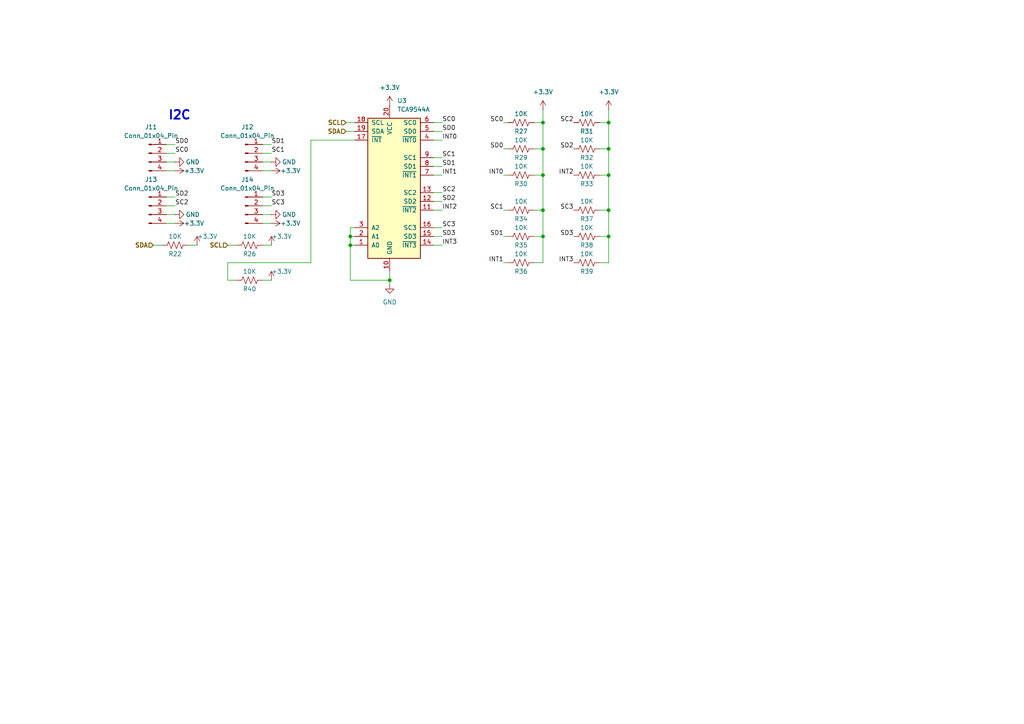
<source format=kicad_sch>
(kicad_sch (version 20231120) (generator "eeschema") (generator_version "8.0")
  (paper "A4")
  (title_block (title "BioReactify Master") (rev "400") (comment 1 "Controller & Measurement Board") (comment 2 "Alexis Saldivar"))
  (lib_symbols
    (symbol "Connector:Conn_01x04_Pin" (pin_names (offset 1.016) hide)
      (property "Reference" "J" (at 0 5.08 0))
      (property "Value" "Conn_01x04_Pin" (at 0 -7.62 0))
      (symbol "Conn_01x04_Pin_1_1"
        (polyline (pts (xy 1.27 -5.08) (xy 0.8636 -5.08)) (stroke (width 0.1524)))
        (polyline (pts (xy 1.27 -2.54) (xy 0.8636 -2.54)) (stroke (width 0.1524)))
        (polyline (pts (xy 1.27 0) (xy 0.8636 0)) (stroke (width 0.1524)))
        (polyline (pts (xy 1.27 2.54) (xy 0.8636 2.54)) (stroke (width 0.1524)))
        (rectangle (start 0.8636 -4.953) (end 0 -5.207) (stroke (width 0.1524)) (fill (type outline)))
        (rectangle (start 0.8636 -2.413) (end 0 -2.667) (stroke (width 0.1524)) (fill (type outline)))
        (rectangle (start 0.8636 0.127) (end 0 -0.127) (stroke (width 0.1524)) (fill (type outline)))
        (rectangle (start 0.8636 2.667) (end 0 2.413) (stroke (width 0.1524)) (fill (type outline)))
        (pin passive line (at 5.08 2.54 180) (length 3.81) (name "Pin_1") (number "1"))
        (pin passive line (at 5.08 0 180) (length 3.81) (name "Pin_2") (number "2"))
        (pin passive line (at 5.08 -2.54 180) (length 3.81) (name "Pin_3") (number "3"))
        (pin passive line (at 5.08 -5.08 180) (length 3.81) (name "Pin_4") (number "4"))
      )
    )
    (symbol "Device:R_US" (pin_numbers hide) (pin_names (offset 0))
      (property "Reference" "R" (at 2.54 0 90))
      (property "Value" "R_US" (at -2.54 0 90))
      (symbol "R_US_0_1"
        (polyline (pts (xy 0 -2.286) (xy 0 -2.54)))
        (polyline (pts (xy 0 2.286) (xy 0 2.54)))
        (polyline (pts (xy 0 -0.762) (xy 1.016 -1.143) (xy 0 -1.524) (xy -1.016 -1.905) (xy 0 -2.286)))
        (polyline (pts (xy 0 0.762) (xy 1.016 0.381) (xy 0 0) (xy -1.016 -0.381) (xy 0 -0.762)))
        (polyline (pts (xy 0 2.286) (xy 1.016 1.905) (xy 0 1.524) (xy -1.016 1.143) (xy 0 0.762)))
      )
      (symbol "R_US_1_1"
        (pin passive line (at 0 3.81 270) (length 1.27) (name "~") (number "1"))
        (pin passive line (at 0 -3.81 90) (length 1.27) (name "~") (number "2"))
      )
    )
    (symbol "Interface_Expansion:TCA9544A" (pin_names (offset 1.016))
      (property "Reference" "U" (at -5.08 20.32 0))
      (property "Value" "TCA9544A" (at 2.54 20.32 0))
      (symbol "TCA9544A_0_1"
        (rectangle (start -6.35 19.05) (end 8.89 -21.59) (stroke (width 0.254)) (fill (type background)))
      )
      (symbol "TCA9544A_1_1"
        (pin input line (at -10.16 -17.78 0) (length 3.81) (name "A0") (number "1"))
        (pin power_in line (at 0 -25.4 90) (length 3.81) (name "GND") (number "10"))
        (pin input line (at 12.7 -7.62 180) (length 3.81) (name "~{INT2}") (number "11"))
        (pin bidirectional line (at 12.7 -5.08 180) (length 3.81) (name "SD2") (number "12"))
        (pin bidirectional line (at 12.7 -2.54 180) (length 3.81) (name "SC2") (number "13"))
        (pin input line (at 12.7 -17.78 180) (length 3.81) (name "~{INT3}") (number "14"))
        (pin bidirectional line (at 12.7 -15.24 180) (length 3.81) (name "SD3") (number "15"))
        (pin bidirectional line (at 12.7 -12.7 180) (length 3.81) (name "SC3") (number "16"))
        (pin open_collector line (at -10.16 12.7 0) (length 3.81) (name "~{INT}") (number "17"))
        (pin bidirectional line (at -10.16 17.78 0) (length 3.81) (name "SCL") (number "18"))
        (pin bidirectional line (at -10.16 15.24 0) (length 3.81) (name "SDA") (number "19"))
        (pin input line (at -10.16 -15.24 0) (length 3.81) (name "A1") (number "2"))
        (pin power_in line (at 0 22.86 270) (length 3.81) (name "VCC") (number "20"))
        (pin input line (at -10.16 -12.7 0) (length 3.81) (name "A2") (number "3"))
        (pin input line (at 12.7 12.7 180) (length 3.81) (name "~{INT0}") (number "4"))
        (pin bidirectional line (at 12.7 15.24 180) (length 3.81) (name "SD0") (number "5"))
        (pin bidirectional line (at 12.7 17.78 180) (length 3.81) (name "SC0") (number "6"))
        (pin input line (at 12.7 2.54 180) (length 3.81) (name "~{INT1}") (number "7"))
        (pin bidirectional line (at 12.7 5.08 180) (length 3.81) (name "SD1") (number "8"))
        (pin bidirectional line (at 12.7 7.62 180) (length 3.81) (name "SC1") (number "9"))
      )
    )
    (symbol "power:+3.3V" (power) (pin_numbers hide) (pin_names (offset 0) hide)
      (property "Value" "+3.3V" (at 0 3.556 0))
      (symbol "+3.3V_0_1"
        (polyline (pts (xy -0.762 1.27) (xy 0 2.54)))
        (polyline (pts (xy 0 0) (xy 0 2.54)))
        (polyline (pts (xy 0 2.54) (xy 0.762 1.27)))
      )
      (symbol "+3.3V_1_1"
        (pin power_in line (at 0 0 90) (length 0) (name "~") (number "1"))
      )
    )
    (symbol "power:GND" (power) (pin_numbers hide) (pin_names (offset 0) hide)
      (property "Value" "GND" (at 0 -3.81 0))
      (symbol "GND_0_1"
        (polyline (pts (xy 0 0) (xy 0 -1.27) (xy 1.27 -1.27) (xy 0 -2.54) (xy -1.27 -1.27) (xy 0 -1.27)))
      )
      (symbol "GND_1_1"
        (pin power_in line (at 0 0 270) (length 0) (name "~") (number "1"))
      )
    )
  )
  (junction (at 176.53 35.56))
  (junction (at 176.53 50.8))
  (junction (at 157.48 35.56))
  (junction (at 176.53 60.96))
  (junction (at 157.48 60.96))
  (junction (at 157.48 68.58))
  (junction (at 157.48 43.18))
  (junction (at 101.6 71.12))
  (junction (at 101.6 68.58))
  (junction (at 113.03 81.28))
  (junction (at 176.53 43.18))
  (junction (at 176.53 68.58))
  (junction (at 157.48 50.8))
  (wire (pts (xy 146.05 35.56) (xy 147.32 35.56)))
  (wire (pts (xy 173.99 43.18) (xy 176.53 43.18)))
  (wire (pts (xy 125.73 35.56) (xy 128.27 35.56)))
  (wire (pts (xy 125.73 66.04) (xy 128.27 66.04)))
  (wire (pts (xy 48.26 46.99) (xy 50.8 46.99)))
  (wire (pts (xy 113.03 82.55) (xy 113.03 81.28)))
  (wire (pts (xy 101.6 68.58) (xy 101.6 71.12)))
  (wire (pts (xy 146.05 68.58) (xy 147.32 68.58)))
  (wire (pts (xy 176.53 35.56) (xy 176.53 43.18)))
  (wire (pts (xy 157.48 31.75) (xy 157.48 35.56)))
  (wire (pts (xy 125.73 38.1) (xy 128.27 38.1)))
  (wire (pts (xy 125.73 45.72) (xy 128.27 45.72)))
  (wire (pts (xy 54.61 71.12) (xy 57.15 71.12)))
  (wire (pts (xy 125.73 68.58) (xy 128.27 68.58)))
  (wire (pts (xy 48.26 62.23) (xy 50.8 62.23)))
  (wire (pts (xy 76.2 46.99) (xy 78.74 46.99)))
  (wire (pts (xy 76.2 71.12) (xy 78.74 71.12)))
  (wire (pts (xy 176.53 68.58) (xy 176.53 76.2)))
  (wire (pts (xy 176.53 43.18) (xy 176.53 50.8)))
  (wire (pts (xy 101.6 81.28) (xy 113.03 81.28)))
  (wire (pts (xy 76.2 44.45) (xy 78.74 44.45)))
  (wire (pts (xy 76.2 62.23) (xy 78.74 62.23)))
  (wire (pts (xy 100.33 35.56) (xy 102.87 35.56)))
  (wire (pts (xy 100.33 38.1) (xy 102.87 38.1)))
  (wire (pts (xy 44.45 71.12) (xy 46.99 71.12)))
  (wire (pts (xy 76.2 59.69) (xy 78.74 59.69)))
  (wire (pts (xy 125.73 71.12) (xy 128.27 71.12)))
  (wire (pts (xy 146.05 76.2) (xy 147.32 76.2)))
  (wire (pts (xy 176.53 50.8) (xy 176.53 60.96)))
  (wire (pts (xy 102.87 66.04) (xy 101.6 66.04)))
  (wire (pts (xy 173.99 60.96) (xy 176.53 60.96)))
  (wire (pts (xy 101.6 68.58) (xy 102.87 68.58)))
  (wire (pts (xy 173.99 35.56) (xy 176.53 35.56)))
  (wire (pts (xy 125.73 55.88) (xy 128.27 55.88)))
  (wire (pts (xy 154.94 60.96) (xy 157.48 60.96)))
  (wire (pts (xy 48.26 49.53) (xy 50.8 49.53)))
  (wire (pts (xy 66.04 76.2) (xy 66.04 81.28)))
  (wire (pts (xy 48.26 57.15) (xy 50.8 57.15)))
  (wire (pts (xy 76.2 57.15) (xy 78.74 57.15)))
  (wire (pts (xy 154.94 68.58) (xy 157.48 68.58)))
  (wire (pts (xy 76.2 49.53) (xy 78.74 49.53)))
  (wire (pts (xy 66.04 71.12) (xy 68.58 71.12)))
  (wire (pts (xy 101.6 71.12) (xy 101.6 81.28)))
  (wire (pts (xy 66.04 81.28) (xy 68.58 81.28)))
  (wire (pts (xy 157.48 68.58) (xy 157.48 76.2)))
  (wire (pts (xy 173.99 50.8) (xy 176.53 50.8)))
  (wire (pts (xy 48.26 64.77) (xy 50.8 64.77)))
  (wire (pts (xy 154.94 43.18) (xy 157.48 43.18)))
  (wire (pts (xy 154.94 50.8) (xy 157.48 50.8)))
  (wire (pts (xy 48.26 44.45) (xy 50.8 44.45)))
  (wire (pts (xy 125.73 40.64) (xy 128.27 40.64)))
  (wire (pts (xy 157.48 43.18) (xy 157.48 50.8)))
  (wire (pts (xy 76.2 41.91) (xy 78.74 41.91)))
  (wire (pts (xy 154.94 76.2) (xy 157.48 76.2)))
  (wire (pts (xy 101.6 66.04) (xy 101.6 68.58)))
  (wire (pts (xy 154.94 35.56) (xy 157.48 35.56)))
  (wire (pts (xy 157.48 50.8) (xy 157.48 60.96)))
  (wire (pts (xy 125.73 50.8) (xy 128.27 50.8)))
  (wire (pts (xy 76.2 64.77) (xy 78.74 64.77)))
  (wire (pts (xy 113.03 81.28) (xy 113.03 78.74)))
  (wire (pts (xy 90.17 40.64) (xy 90.17 76.2)))
  (wire (pts (xy 102.87 40.64) (xy 90.17 40.64)))
  (wire (pts (xy 173.99 68.58) (xy 176.53 68.58)))
  (wire (pts (xy 90.17 76.2) (xy 66.04 76.2)))
  (wire (pts (xy 125.73 60.96) (xy 128.27 60.96)))
  (wire (pts (xy 125.73 48.26) (xy 128.27 48.26)))
  (wire (pts (xy 76.2 81.28) (xy 78.74 81.28)))
  (wire (pts (xy 146.05 43.18) (xy 147.32 43.18)))
  (wire (pts (xy 157.48 35.56) (xy 157.48 43.18)))
  (wire (pts (xy 125.73 58.42) (xy 128.27 58.42)))
  (wire (pts (xy 48.26 59.69) (xy 50.8 59.69)))
  (wire (pts (xy 146.05 60.96) (xy 147.32 60.96)))
  (wire (pts (xy 176.53 31.75) (xy 176.53 35.56)))
  (wire (pts (xy 101.6 71.12) (xy 102.87 71.12)))
  (wire (pts (xy 176.53 60.96) (xy 176.53 68.58)))
  (wire (pts (xy 157.48 60.96) (xy 157.48 68.58)))
  (wire (pts (xy 48.26 41.91) (xy 50.8 41.91)))
  (wire (pts (xy 173.99 76.2) (xy 176.53 76.2)))
  (wire (pts (xy 146.05 50.8) (xy 147.32 50.8)))
  (text "I2C" (at 52.07 33.528 0) (effects (font (size 2.54 2.54) (bold yes))))
  (label "SC3" (at 128.27 66.04 0))
  (label "SC1" (at 146.05 60.96 180))
  (label "SD3" (at 166.37 68.58 180))
  (label "SC2" (at 128.27 55.88 0))
  (label "SC2" (at 50.8 59.69 0))
  (label "SD1" (at 146.05 68.58 180))
  (label "SC0" (at 128.27 35.56 0))
  (label "INT1" (at 146.05 76.2 180))
  (label "SD3" (at 128.27 68.58 0))
  (label "SD2" (at 166.37 43.18 180))
  (label "INT1" (at 128.27 50.8 0))
  (label "SD1" (at 78.74 41.91 0))
  (label "SD0" (at 128.27 38.1 0))
  (label "SD0" (at 50.8 41.91 0))
  (label "INT2" (at 128.27 60.96 0))
  (label "SD3" (at 78.74 57.15 0))
  (label "SD2" (at 50.8 57.15 0))
  (label "INT2" (at 166.37 50.8 180))
  (label "SC1" (at 128.27 45.72 0))
  (label "SD2" (at 128.27 58.42 0))
  (label "SC0" (at 146.05 35.56 180))
  (label "SC3" (at 166.37 60.96 180))
  (label "SC1" (at 78.74 44.45 0))
  (label "INT3" (at 166.37 76.2 180))
  (label "SD1" (at 128.27 48.26 0))
  (label "SC2" (at 166.37 35.56 180))
  (label "SD0" (at 146.05 43.18 180))
  (label "INT0" (at 146.05 50.8 180))
  (label "INT0" (at 128.27 40.64 0))
  (label "INT3" (at 128.27 71.12 0))
  (label "SC0" (at 50.8 44.45 0))
  (label "SC3" (at 78.74 59.69 0))
  (hierarchical_label "SDA" (shape input) (at 100.33 38.1 180) (effects (font (bold yes))))
  (hierarchical_label "SDA" (shape input) (at 44.45 71.12 180) (effects (font (bold yes))))
  (hierarchical_label "SCL" (shape input) (at 100.33 35.56 180) (effects (font (bold yes))))
  (hierarchical_label "SCL" (shape input) (at 66.04 71.12 180) (effects (font (bold yes))))
  (symbol (lib_id "power:GND") (at 50.8 62.23 90) (unit 1)
    (property "Reference" "#PWR075" (effects (hide yes)))
    (property "Value" "GND" (at 53.848 62.23 90) (effects (justify right)))
    (property "Description" "Power symbol creates a global label with name \"GND\" , ground" (effects (hide yes)))
  )
  (symbol (lib_id "power:+3.3V") (at 157.48 31.75 0) (unit 1)
    (property "Reference" "#PWR080" (effects (hide yes)))
    (property "Value" "+3.3V" (at 157.48 26.67 0))
    (property "Description" "Power symbol creates a global label with name \"+3.3V\"" (effects (hide yes)))
  )
  (symbol (lib_id "power:+3.3V") (at 78.74 64.77 270) (unit 1)
    (property "Reference" "#PWR077" (effects (hide yes)))
    (property "Value" "+3.3V" (at 81.28 64.77 90) (effects (justify left)))
    (property "Description" "Power symbol creates a global label with name \"+3.3V\"" (effects (hide yes)))
  )
  (symbol (lib_id "Connector:Conn_01x04_Pin") (at 71.12 59.69 0) (unit 1)
    (property "Reference" "J14" (at 71.755 52.07 0))
    (property "Value" "Conn_01x04_Pin" (at 71.755 54.61 0))
    (property "Footprint" "Connector_Molex:Molex_KK-254_AE-6410-04A_1x04_P2.54mm_Vertical" (effects (hide yes)))
    (property "Description" "Generic connector, single row, 01x04, script generated" (effects (hide yes)))
  )
  (symbol (lib_id "power:+3.3V") (at 113.03 30.48 0) (unit 1)
    (property "Reference" "#PWR082" (effects (hide yes)))
    (property "Value" "+3.3V" (at 113.03 25.4 0))
    (property "Description" "Power symbol creates a global label with name \"+3.3V\"" (effects (hide yes)))
  )
  (symbol (lib_id "Device:R_US") (at 170.18 43.18 270) (unit 1)
    (property "Reference" "R32" (at 170.18 45.72 90))
    (property "Value" "10K" (at 170.18 40.64 90))
    (property "Footprint" "Resistor_SMD:R_0805_2012Metric_Pad1.20x1.40mm_HandSolder" (effects (hide yes)))
    (property "Description" "Resistor, US symbol" (effects (hide yes)))
  )
  (symbol (lib_id "Interface_Expansion:TCA9544A") (at 113.03 53.34 0) (unit 1)
    (property "Reference" "U3" (at 115.2241 29.21 0) (effects (justify left)))
    (property "Value" "TCA9544A" (at 115.2241 31.75 0) (effects (justify left)))
    (property "Footprint" "Package_SO:TSSOP-20_4.4x6.5mm_P0.65mm" (effects (hide yes)))
    (property "Datasheet" "http://www.ti.com/lit/ds/symlink/tca9544a.pdf" (effects (hide yes)))
    (property "Description" "I2C Hub, 4 Channels, Interrupts, TSSOP-20" (effects (hide yes)))
  )
  (symbol (lib_id "power:GND") (at 78.74 46.99 90) (unit 1)
    (property "Reference" "#PWR050" (effects (hide yes)))
    (property "Value" "GND" (at 81.788 46.99 90) (effects (justify right)))
    (property "Description" "Power symbol creates a global label with name \"GND\" , ground" (effects (hide yes)))
  )
  (symbol (lib_id "Connector:Conn_01x04_Pin") (at 43.18 59.69 0) (unit 1)
    (property "Reference" "J13" (at 43.815 52.07 0))
    (property "Value" "Conn_01x04_Pin" (at 43.815 54.61 0))
    (property "Footprint" "Connector_Molex:Molex_KK-254_AE-6410-04A_1x04_P2.54mm_Vertical" (effects (hide yes)))
    (property "Description" "Generic connector, single row, 01x04, script generated" (effects (hide yes)))
  )
  (symbol (lib_id "Device:R_US") (at 151.13 50.8 270) (unit 1)
    (property "Reference" "R30" (at 151.13 53.34 90))
    (property "Value" "10K" (at 151.13 48.26 90))
    (property "Footprint" "Resistor_SMD:R_0805_2012Metric_Pad1.20x1.40mm_HandSolder" (effects (hide yes)))
    (property "Description" "Resistor, US symbol" (effects (hide yes)))
  )
  (symbol (lib_id "Connector:Conn_01x04_Pin") (at 71.12 44.45 0) (unit 1)
    (property "Reference" "J12" (at 71.755 36.83 0))
    (property "Value" "Conn_01x04_Pin" (at 71.755 39.37 0))
    (property "Footprint" "Connector_Molex:Molex_KK-254_AE-6410-04A_1x04_P2.54mm_Vertical" (effects (hide yes)))
    (property "Description" "Generic connector, single row, 01x04, script generated" (effects (hide yes)))
  )
  (symbol (lib_id "Device:R_US") (at 170.18 35.56 270) (unit 1)
    (property "Reference" "R31" (at 170.18 38.1 90))
    (property "Value" "10K" (at 170.18 33.02 90))
    (property "Footprint" "Resistor_SMD:R_0805_2012Metric_Pad1.20x1.40mm_HandSolder" (effects (hide yes)))
    (property "Description" "Resistor, US symbol" (effects (hide yes)))
  )
  (symbol (lib_id "power:+3.3V") (at 50.8 49.53 270) (unit 1)
    (property "Reference" "#PWR037" (effects (hide yes)))
    (property "Value" "+3.3V" (at 53.34 49.53 90) (effects (justify left)))
    (property "Description" "Power symbol creates a global label with name \"+3.3V\"" (effects (hide yes)))
  )
  (symbol (lib_id "Device:R_US") (at 170.18 76.2 270) (unit 1)
    (property "Reference" "R39" (at 170.18 78.74 90))
    (property "Value" "10K" (at 170.18 73.66 90))
    (property "Footprint" "Resistor_SMD:R_0805_2012Metric_Pad1.20x1.40mm_HandSolder" (effects (hide yes)))
    (property "Description" "Resistor, US symbol" (effects (hide yes)))
  )
  (symbol (lib_id "power:GND") (at 50.8 46.99 90) (unit 1)
    (property "Reference" "#PWR065" (effects (hide yes)))
    (property "Value" "GND" (at 53.848 46.99 90) (effects (justify right)))
    (property "Description" "Power symbol creates a global label with name \"GND\" , ground" (effects (hide yes)))
  )
  (symbol (lib_id "power:+3.3V") (at 78.74 71.12 0) (unit 1)
    (property "Reference" "#PWR079" (effects (hide yes)))
    (property "Value" "+3.3V" (at 78.74 68.58 0) (effects (justify left)))
    (property "Description" "Power symbol creates a global label with name \"+3.3V\"" (effects (hide yes)))
  )
  (symbol (lib_id "Device:R_US") (at 170.18 68.58 270) (unit 1)
    (property "Reference" "R38" (at 170.18 71.12 90))
    (property "Value" "10K" (at 170.18 66.04 90))
    (property "Footprint" "Resistor_SMD:R_0805_2012Metric_Pad1.20x1.40mm_HandSolder" (effects (hide yes)))
    (property "Description" "Resistor, US symbol" (effects (hide yes)))
  )
  (symbol (lib_id "power:+3.3V") (at 50.8 64.77 270) (unit 1)
    (property "Reference" "#PWR076" (effects (hide yes)))
    (property "Value" "+3.3V" (at 53.34 64.77 90) (effects (justify left)))
    (property "Description" "Power symbol creates a global label with name \"+3.3V\"" (effects (hide yes)))
  )
  (symbol (lib_id "Device:R_US") (at 151.13 68.58 270) (unit 1)
    (property "Reference" "R35" (at 151.13 71.12 90))
    (property "Value" "10K" (at 151.13 66.04 90))
    (property "Footprint" "Resistor_SMD:R_0805_2012Metric_Pad1.20x1.40mm_HandSolder" (effects (hide yes)))
    (property "Description" "Resistor, US symbol" (effects (hide yes)))
  )
  (symbol (lib_id "power:+3.3V") (at 57.15 71.12 0) (unit 1)
    (property "Reference" "#PWR078" (effects (hide yes)))
    (property "Value" "+3.3V" (at 57.15 68.58 0) (effects (justify left)))
    (property "Description" "Power symbol creates a global label with name \"+3.3V\"" (effects (hide yes)))
  )
  (symbol (lib_id "Device:R_US") (at 151.13 43.18 270) (unit 1)
    (property "Reference" "R29" (at 151.13 45.72 90))
    (property "Value" "10K" (at 151.13 40.64 90))
    (property "Footprint" "Resistor_SMD:R_0805_2012Metric_Pad1.20x1.40mm_HandSolder" (effects (hide yes)))
    (property "Description" "Resistor, US symbol" (effects (hide yes)))
  )
  (symbol (lib_id "Device:R_US") (at 151.13 35.56 270) (unit 1)
    (property "Reference" "R27" (at 151.13 38.1 90))
    (property "Value" "10K" (at 151.13 33.02 90))
    (property "Footprint" "Resistor_SMD:R_0805_2012Metric_Pad1.20x1.40mm_HandSolder" (effects (hide yes)))
    (property "Description" "Resistor, US symbol" (effects (hide yes)))
  )
  (symbol (lib_id "power:GND") (at 78.74 62.23 90) (unit 1)
    (property "Reference" "#PWR0102" (effects (hide yes)))
    (property "Value" "GND" (at 81.788 62.23 90) (effects (justify right)))
    (property "Description" "Power symbol creates a global label with name \"GND\" , ground" (effects (hide yes)))
  )
  (symbol (lib_id "Device:R_US") (at 151.13 60.96 270) (unit 1)
    (property "Reference" "R34" (at 151.13 63.5 90))
    (property "Value" "10K" (at 151.13 58.42 90))
    (property "Footprint" "Resistor_SMD:R_0805_2012Metric_Pad1.20x1.40mm_HandSolder" (effects (hide yes)))
    (property "Description" "Resistor, US symbol" (effects (hide yes)))
  )
  (symbol (lib_id "Device:R_US") (at 170.18 50.8 270) (unit 1)
    (property "Reference" "R33" (at 170.18 53.34 90))
    (property "Value" "10K" (at 170.18 48.26 90))
    (property "Footprint" "Resistor_SMD:R_0805_2012Metric_Pad1.20x1.40mm_HandSolder" (effects (hide yes)))
    (property "Description" "Resistor, US symbol" (effects (hide yes)))
  )
  (symbol (lib_id "power:+3.3V") (at 78.74 81.28 0) (unit 1)
    (property "Reference" "#PWR083" (effects (hide yes)))
    (property "Value" "+3.3V" (at 78.74 78.74 0) (effects (justify left)))
    (property "Description" "Power symbol creates a global label with name \"+3.3V\"" (effects (hide yes)))
  )
  (symbol (lib_id "Device:R_US") (at 50.8 71.12 270) (unit 1)
    (property "Reference" "R22" (at 50.8 73.66 90))
    (property "Value" "10K" (at 50.8 68.58 90))
    (property "Footprint" "Resistor_SMD:R_0805_2012Metric_Pad1.20x1.40mm_HandSolder" (effects (hide yes)))
    (property "Description" "Resistor, US symbol" (effects (hide yes)))
  )
  (symbol (lib_id "Connector:Conn_01x04_Pin") (at 43.18 44.45 0) (unit 1)
    (property "Reference" "J11" (at 43.815 36.83 0))
    (property "Value" "Conn_01x04_Pin" (at 43.815 39.37 0))
    (property "Footprint" "Connector_Molex:Molex_KK-254_AE-6410-04A_1x04_P2.54mm_Vertical" (effects (hide yes)))
    (property "Description" "Generic connector, single row, 01x04, script generated" (effects (hide yes)))
  )
  (symbol (lib_id "power:+3.3V") (at 176.53 31.75 0) (unit 1)
    (property "Reference" "#PWR081" (effects (hide yes)))
    (property "Value" "+3.3V" (at 176.53 26.67 0))
    (property "Description" "Power symbol creates a global label with name \"+3.3V\"" (effects (hide yes)))
  )
  (symbol (lib_id "Device:R_US") (at 170.18 60.96 270) (unit 1)
    (property "Reference" "R37" (at 170.18 63.5 90))
    (property "Value" "10K" (at 170.18 58.42 90))
    (property "Footprint" "Resistor_SMD:R_0805_2012Metric_Pad1.20x1.40mm_HandSolder" (effects (hide yes)))
    (property "Description" "Resistor, US symbol" (effects (hide yes)))
  )
  (symbol (lib_id "Device:R_US") (at 72.39 81.28 270) (unit 1)
    (property "Reference" "R40" (at 72.39 83.82 90))
    (property "Value" "10K" (at 72.39 78.74 90))
    (property "Footprint" "Resistor_SMD:R_0805_2012Metric_Pad1.20x1.40mm_HandSolder" (effects (hide yes)))
    (property "Description" "Resistor, US symbol" (effects (hide yes)))
  )
  (symbol (lib_id "power:GND") (at 113.03 82.55 0) (unit 1)
    (property "Reference" "#PWR084" (effects (hide yes)))
    (property "Value" "GND" (at 113.03 87.63 0))
    (property "Description" "Power symbol creates a global label with name \"GND\" , ground" (effects (hide yes)))
  )
  (symbol (lib_id "Device:R_US") (at 151.13 76.2 270) (unit 1)
    (property "Reference" "R36" (at 151.13 78.74 90))
    (property "Value" "10K" (at 151.13 73.66 90))
    (property "Footprint" "Resistor_SMD:R_0805_2012Metric_Pad1.20x1.40mm_HandSolder" (effects (hide yes)))
    (property "Description" "Resistor, US symbol" (effects (hide yes)))
  )
  (symbol (lib_id "power:+3.3V") (at 78.74 49.53 270) (unit 1)
    (property "Reference" "#PWR064" (effects (hide yes)))
    (property "Value" "+3.3V" (at 81.28 49.53 90) (effects (justify left)))
    (property "Description" "Power symbol creates a global label with name \"+3.3V\"" (effects (hide yes)))
  )
  (symbol (lib_id "Device:R_US") (at 72.39 71.12 270) (unit 1)
    (property "Reference" "R26" (at 72.39 73.66 90))
    (property "Value" "10K" (at 72.39 68.58 90))
    (property "Footprint" "Resistor_SMD:R_0805_2012Metric_Pad1.20x1.40mm_HandSolder" (effects (hide yes)))
    (property "Description" "Resistor, US symbol" (effects (hide yes)))
  )
)
</source>
